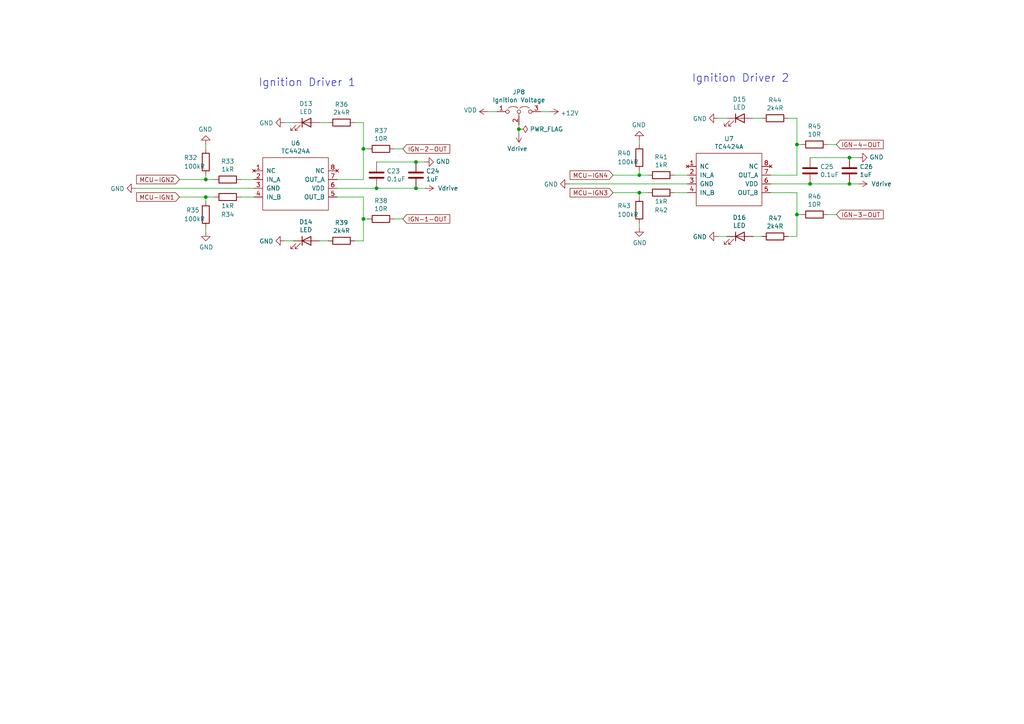
<source format=kicad_sch>
(kicad_sch (version 20211123) (generator eeschema)
  (paper "A4")
  (title_block (title "Speeduino board for Teensy 4.1") (date "2023-01-02") (rev "5") (company "Fontys Eindhoven EXPO group 13 || Speeduino") (comment 1 "Adapted from Speeduino V0.4.4c board"))
  (lib_symbols
    (symbol "Device:C" (pin_numbers hide) (pin_names (offset 0.254))
      (property "Reference" "C" (at 0.635 2.54 0))
      (property "Value" "C" (at 0.635 -2.54 0))
      (symbol "C_0_1"
        (polyline (pts (xy -2.032 -0.762) (xy 2.032 -0.762)) (stroke (width 0.508)))
        (polyline (pts (xy -2.032 0.762) (xy 2.032 0.762)) (stroke (width 0.508)))
      )
      (symbol "C_1_1"
        (pin passive line (at 0 3.81 270) (length 2.794) (name "~") (number "1"))
        (pin passive line (at 0 -3.81 90) (length 2.794) (name "~") (number "2"))
      )
    )
    (symbol "Device:LED" (pin_numbers hide) (pin_names (offset 1.016) hide)
      (property "Reference" "D" (at 0 2.54 0))
      (property "Value" "LED" (at 0 -2.54 0))
      (symbol "LED_0_1"
        (polyline (pts (xy -1.27 -1.27) (xy -1.27 1.27)) (stroke (width 0.254)))
        (polyline (pts (xy -1.27 0) (xy 1.27 0)))
        (polyline (pts (xy 1.27 -1.27) (xy 1.27 1.27) (xy -1.27 0) (xy 1.27 -1.27)) (stroke (width 0.254)))
        (polyline (pts (xy -3.048 -0.762) (xy -4.572 -2.286) (xy -3.81 -2.286) (xy -4.572 -2.286) (xy -4.572 -1.524)))
        (polyline (pts (xy -1.778 -0.762) (xy -3.302 -2.286) (xy -2.54 -2.286) (xy -3.302 -2.286) (xy -3.302 -1.524)))
      )
      (symbol "LED_1_1"
        (pin passive line (at -3.81 0 0) (length 2.54) (name "K") (number "1"))
        (pin passive line (at 3.81 0 180) (length 2.54) (name "A") (number "2"))
      )
    )
    (symbol "Device:R" (pin_numbers hide) (pin_names (offset 0))
      (property "Reference" "R" (at 2.032 0 90))
      (property "Value" "R" (at 0 0 90))
      (symbol "R_0_1"
        (rectangle (start -1.016 -2.54) (end 1.016 2.54) (stroke (width 0.254)))
      )
      (symbol "R_1_1"
        (pin passive line (at 0 3.81 270) (length 1.27) (name "~") (number "1"))
        (pin passive line (at 0 -3.81 90) (length 1.27) (name "~") (number "2"))
      )
    )
    (symbol "Jumper:Jumper_3_Open" (pin_names (offset 0) hide)
      (property "Reference" "JP" (at -2.54 -2.54 0))
      (property "Value" "Jumper_3_Open" (at 0 2.794 0))
      (symbol "Jumper_3_Open_0_0"
        (circle (center -3.302 0) (radius 0.508))
        (circle (center 0 0) (radius 0.508))
        (circle (center 3.302 0) (radius 0.508))
      )
      (symbol "Jumper_3_Open_0_1"
        (arc (start -0.254 1.016) (mid -1.651 1.4992) (end -3.048 1.016))
        (polyline (pts (xy 0 -0.508) (xy 0 -1.27)))
        (arc (start 3.048 1.016) (mid 1.651 1.4992) (end 0.254 1.016))
      )
      (symbol "Jumper_3_Open_1_1"
        (pin passive line (at -6.35 0 0) (length 2.54) (name "A") (number "1"))
        (pin passive line (at 0 -3.81 90) (length 2.54) (name "C") (number "2"))
        (pin passive line (at 6.35 0 180) (length 2.54) (name "B") (number "3"))
      )
    )
    (symbol "Speeduino-lib:TC4424A-IC_Automotive" (pin_names (offset 1.016))
      (property "Reference" "U6" (at -15.875 41.021 0))
      (property "Value" "TC4424A-IC_Automotive" (at -15.875 38.7096 0))
      (symbol "TC4424A-IC_Automotive_0_1"
        (rectangle (start -25.4 36.83) (end -6.35 21.59))
      )
      (symbol "TC4424A-IC_Automotive_1_1"
        (pin no_connect line (at -27.94 33.02 0) (length 2.54) (name "NC") (number "1"))
        (pin input line (at -27.94 30.48 0) (length 2.54) (name "IN_A") (number "2"))
        (pin power_in line (at -27.94 27.94 0) (length 2.54) (name "GND") (number "3"))
        (pin input line (at -27.94 25.4 0) (length 2.54) (name "IN_B") (number "4"))
        (pin input line (at -3.81 25.4 180) (length 2.54) (name "OUT_B") (number "5"))
        (pin power_in line (at -3.81 27.94 180) (length 2.54) (name "VDD") (number "6"))
        (pin output line (at -3.81 30.48 180) (length 2.54) (name "OUT_A") (number "7"))
        (pin no_connect line (at -3.81 33.02 180) (length 2.54) (name "NC") (number "8"))
      )
    )
    (symbol "power:+12V" (power) (pin_names (offset 0))
      (property "Value" "+12V" (at 0 3.556 0))
      (symbol "+12V_0_1"
        (polyline (pts (xy -0.762 1.27) (xy 0 2.54)))
        (polyline (pts (xy 0 0) (xy 0 2.54)))
        (polyline (pts (xy 0 2.54) (xy 0.762 1.27)))
      )
      (symbol "+12V_1_1"
        (pin power_in line (at 0 0 90) (length 0) hide (name "+12V") (number "1"))
      )
    )
    (symbol "power:GND" (power) (pin_names (offset 0))
      (property "Value" "GND" (at 0 -3.81 0))
      (symbol "GND_0_1"
        (polyline (pts (xy 0 0) (xy 0 -1.27) (xy 1.27 -1.27) (xy 0 -2.54) (xy -1.27 -1.27) (xy 0 -1.27)))
      )
      (symbol "GND_1_1"
        (pin power_in line (at 0 0 270) (length 0) hide (name "GND") (number "1"))
      )
    )
    (symbol "power:PWR_FLAG" (power) (pin_numbers hide) (pin_names (offset 0) hide)
      (property "Value" "PWR_FLAG" (at 0 3.81 0))
      (symbol "PWR_FLAG_0_0"
        (pin power_out line (at 0 0 90) (length 0) (name "pwr") (number "1"))
      )
      (symbol "PWR_FLAG_0_1"
        (polyline (pts (xy 0 0) (xy 0 1.27) (xy -1.016 1.905) (xy 0 2.54) (xy 1.016 1.905) (xy 0 1.27)))
      )
    )
    (symbol "power:VDD" (power) (pin_names (offset 0))
      (property "Value" "VDD" (at 0 3.81 0))
      (symbol "VDD_0_1"
        (polyline (pts (xy -0.762 1.27) (xy 0 2.54)))
        (polyline (pts (xy 0 0) (xy 0 2.54)))
        (polyline (pts (xy 0 2.54) (xy 0.762 1.27)))
      )
      (symbol "VDD_1_1"
        (pin power_in line (at 0 0 90) (length 0) hide (name "VDD") (number "1"))
      )
    )
    (symbol "power:Vdrive" (power) (pin_names (offset 0))
      (property "Value" "Vdrive" (at 0 3.81 0))
      (symbol "Vdrive_0_1"
        (polyline (pts (xy -0.762 1.27) (xy 0 2.54)))
        (polyline (pts (xy 0 0) (xy 0 2.54)))
        (polyline (pts (xy 0 2.54) (xy 0.762 1.27)))
      )
      (symbol "Vdrive_1_1"
        (pin power_in line (at 0 0 90) (length 0) hide (name "Vdrive") (number "1"))
      )
    )
  )
  (junction (at 246.38 45.72))
  (junction (at 59.69 52.07))
  (junction (at 120.65 54.61))
  (junction (at 105.41 63.5))
  (junction (at 150.495 37.465))
  (junction (at 105.41 43.18))
  (junction (at 231.14 62.23))
  (junction (at 185.42 50.8))
  (junction (at 59.69 57.15))
  (junction (at 120.65 46.99))
  (junction (at 109.22 54.61))
  (junction (at 246.38 53.34))
  (junction (at 234.95 53.34))
  (junction (at 231.14 41.91))
  (junction (at 185.42 55.88))
  (wire (pts (xy 105.41 52.07) (xy 97.79 52.07)))
  (wire (pts (xy 82.55 35.56) (xy 85.09 35.56)))
  (wire (pts (xy 105.41 57.15) (xy 97.79 57.15)))
  (wire (pts (xy 59.69 43.18) (xy 59.69 41.91)))
  (wire (pts (xy 231.14 34.29) (xy 231.14 41.91)))
  (wire (pts (xy 102.87 35.56) (xy 105.41 35.56)))
  (wire (pts (xy 52.07 52.07) (xy 59.69 52.07)))
  (wire (pts (xy 195.58 50.8) (xy 199.39 50.8)))
  (wire (pts (xy 156.845 32.385) (xy 159.385 32.385)))
  (wire (pts (xy 208.28 68.58) (xy 210.82 68.58)))
  (wire (pts (xy 228.6 68.58) (xy 231.14 68.58)))
  (wire (pts (xy 185.42 55.88) (xy 185.42 57.15)))
  (wire (pts (xy 59.69 57.15) (xy 59.69 58.42)))
  (wire (pts (xy 234.95 53.34) (xy 223.52 53.34)))
  (wire (pts (xy 106.68 43.18) (xy 105.41 43.18)))
  (wire (pts (xy 144.145 32.385) (xy 141.605 32.385)))
  (wire (pts (xy 231.14 55.88) (xy 223.52 55.88)))
  (wire (pts (xy 92.71 35.56) (xy 95.25 35.56)))
  (wire (pts (xy 114.3 43.18) (xy 116.84 43.18)))
  (wire (pts (xy 232.41 62.23) (xy 231.14 62.23)))
  (wire (pts (xy 62.23 57.15) (xy 59.69 57.15)))
  (wire (pts (xy 185.42 41.91) (xy 185.42 40.64)))
  (wire (pts (xy 185.42 66.04) (xy 185.42 64.77)))
  (wire (pts (xy 177.8 50.8) (xy 185.42 50.8)))
  (wire (pts (xy 195.58 55.88) (xy 199.39 55.88)))
  (wire (pts (xy 105.41 35.56) (xy 105.41 43.18)))
  (wire (pts (xy 52.07 57.15) (xy 59.69 57.15)))
  (wire (pts (xy 228.6 34.29) (xy 231.14 34.29)))
  (wire (pts (xy 150.495 37.465) (xy 150.495 36.195)))
  (wire (pts (xy 123.19 46.99) (xy 120.65 46.99)))
  (wire (pts (xy 123.19 54.61) (xy 120.65 54.61)))
  (wire (pts (xy 82.55 69.85) (xy 85.09 69.85)))
  (wire (pts (xy 231.14 41.91) (xy 231.14 50.8)))
  (wire (pts (xy 59.69 50.8) (xy 59.69 52.07)))
  (wire (pts (xy 232.41 41.91) (xy 231.14 41.91)))
  (wire (pts (xy 187.96 55.88) (xy 185.42 55.88)))
  (wire (pts (xy 120.65 54.61) (xy 109.22 54.61)))
  (wire (pts (xy 240.03 41.91) (xy 242.57 41.91)))
  (wire (pts (xy 231.14 50.8) (xy 223.52 50.8)))
  (wire (pts (xy 92.71 69.85) (xy 95.25 69.85)))
  (wire (pts (xy 248.92 53.34) (xy 246.38 53.34)))
  (wire (pts (xy 150.495 38.735) (xy 150.495 37.465)))
  (wire (pts (xy 208.28 34.29) (xy 210.82 34.29)))
  (wire (pts (xy 59.69 52.07) (xy 62.23 52.07)))
  (wire (pts (xy 120.65 46.99) (xy 109.22 46.99)))
  (wire (pts (xy 69.85 52.07) (xy 73.66 52.07)))
  (wire (pts (xy 231.14 62.23) (xy 231.14 55.88)))
  (wire (pts (xy 105.41 63.5) (xy 105.41 57.15)))
  (wire (pts (xy 109.22 54.61) (xy 97.79 54.61)))
  (wire (pts (xy 248.92 45.72) (xy 246.38 45.72)))
  (wire (pts (xy 185.42 49.53) (xy 185.42 50.8)))
  (wire (pts (xy 73.66 54.61) (xy 39.37 54.61)))
  (wire (pts (xy 218.44 34.29) (xy 220.98 34.29)))
  (wire (pts (xy 185.42 50.8) (xy 187.96 50.8)))
  (wire (pts (xy 69.85 57.15) (xy 73.66 57.15)))
  (wire (pts (xy 246.38 53.34) (xy 234.95 53.34)))
  (wire (pts (xy 218.44 68.58) (xy 220.98 68.58)))
  (wire (pts (xy 199.39 53.34) (xy 165.1 53.34)))
  (wire (pts (xy 102.87 69.85) (xy 105.41 69.85)))
  (wire (pts (xy 177.8 55.88) (xy 185.42 55.88)))
  (wire (pts (xy 106.68 63.5) (xy 105.41 63.5)))
  (wire (pts (xy 246.38 45.72) (xy 234.95 45.72)))
  (wire (pts (xy 105.41 69.85) (xy 105.41 63.5)))
  (wire (pts (xy 240.03 62.23) (xy 242.57 62.23)))
  (wire (pts (xy 59.69 67.31) (xy 59.69 66.04)))
  (wire (pts (xy 231.14 68.58) (xy 231.14 62.23)))
  (wire (pts (xy 114.3 63.5) (xy 116.84 63.5)))
  (wire (pts (xy 105.41 43.18) (xy 105.41 52.07)))
  (text "Ignition Driver 2" (at 200.66 24.13 0) (effects (font (size 2.2606 2.2606)) (justify left bottom)))
  (text "Ignition Driver 1" (at 74.93 25.4 0) (effects (font (size 2.2606 2.2606)) (justify left bottom)))
  (global_label "MCU-IGN3" (shape input) (at 177.8 55.88 180) (property "Intersheet References" "${INTERSHEET_REFS}" (effects hide)))
  (global_label "MCU-IGN4" (shape input) (at 177.8 50.8 180) (property "Intersheet References" "${INTERSHEET_REFS}" (effects hide)))
  (global_label "MCU-IGN1" (shape input) (at 52.07 57.15 180) (property "Intersheet References" "${INTERSHEET_REFS}" (effects hide)))
  (global_label "IGN-2-OUT" (shape input) (at 116.84 43.18 0) (property "Intersheet References" "${INTERSHEET_REFS}" (effects hide)))
  (global_label "MCU-IGN2" (shape input) (at 52.07 52.07 180) (property "Intersheet References" "${INTERSHEET_REFS}" (effects hide)))
  (global_label "IGN-4-OUT" (shape input) (at 242.57 41.91 0) (property "Intersheet References" "${INTERSHEET_REFS}" (effects hide)))
  (global_label "IGN-1-OUT" (shape input) (at 116.84 63.5 0) (property "Intersheet References" "${INTERSHEET_REFS}" (effects hide)))
  (global_label "IGN-3-OUT" (shape input) (at 242.57 62.23 0) (property "Intersheet References" "${INTERSHEET_REFS}" (effects hide)))
  (symbol (lib_id "Speeduino-lib:TC4424A-IC_Automotive") (at 101.6 82.55 0) (unit 1)
    (property "Reference" "U6" (at 85.725 41.529 0))
    (property "Value" "TC4424A" (at 85.725 43.8404 0))
    (property "Footprint" "Package_SO:SOIC-8_3.9x4.9mm_P1.27mm" (effects hide))
    (property "Digikey Part Number" "738-6067" (effects hide))
    (property "Manufacturer_Name" "Microchip" (effects hide))
    (property "Manufacturer_Part_Number" "TC4424AVOA" (effects hide))
    (property "URL" "https://nl.rs-online.com/web/p/gate-drivers/7386067" (effects hide))
  )
  (symbol (lib_id "Device:R") (at 66.04 52.07 270) (unit 1)
    (property "Reference" "R33" (at 66.04 46.8122 90))
    (property "Value" "1kR" (at 66.04 49.1236 90))
    (property "Footprint" "Resistor_SMD:R_0402_1005Metric" (effects hide))
    (property "Digikey Part Number" "2502798" (effects hide))
    (property "Manufacturer_Name" "Walsin" (effects hide))
    (property "Manufacturer_Part_Number" "WF04P1001FTL" (effects hide))
    (property "URL" "https://nl.farnell.com/walsin/wf04p1001ftl/res-1k-1-50v-0402-thick-film/dp/2502798" (effects hide))
  )
  (symbol (lib_id "Device:R") (at 66.04 57.15 270) (unit 1)
    (property "Reference" "R34" (at 66.04 62.23 90))
    (property "Value" "1kR" (at 66.04 59.69 90))
    (property "Footprint" "Resistor_SMD:R_0402_1005Metric" (effects hide))
    (property "Digikey Part Number" "2502798" (effects hide))
    (property "Manufacturer_Name" "Walsin" (effects hide))
    (property "Manufacturer_Part_Number" "WF04P1001FTL" (effects hide))
    (property "URL" "https://nl.farnell.com/walsin/wf04p1001ftl/res-1k-1-50v-0402-thick-film/dp/2502798" (effects hide))
  )
  (symbol (lib_id "Device:R") (at 59.69 46.99 180) (unit 1)
    (property "Reference" "R32" (at 53.34 45.72 0) (effects (justify right)))
    (property "Value" "100kR" (at 53.34 48.26 0) (effects (justify right)))
    (property "Footprint" "Resistor_SMD:R_0402_1005Metric" (effects hide))
    (property "Digikey Part Number" "2502803" (effects hide))
    (property "Manufacturer_Name" "Walsin" (effects hide))
    (property "Manufacturer_Part_Number" "WF04P1003FTL" (effects hide))
    (property "URL" "https://nl.farnell.com/walsin/wf04p1003ftl/res-100k-1-50v-0402-thick-film/dp/2502803" (effects hide))
  )
  (symbol (lib_id "Device:R") (at 59.69 62.23 180) (unit 1)
    (property "Reference" "R35" (at 53.975 60.96 0) (effects (justify right)))
    (property "Value" "100kR" (at 53.34 63.5 0) (effects (justify right)))
    (property "Footprint" "Resistor_SMD:R_0402_1005Metric" (effects hide))
    (property "Digikey Part Number" "2502803" (effects hide))
    (property "Manufacturer_Name" "Walsin" (effects hide))
    (property "Manufacturer_Part_Number" "WF04P1003FTL" (effects hide))
    (property "URL" "https://nl.farnell.com/walsin/wf04p1003ftl/res-100k-1-50v-0402-thick-film/dp/2502803" (effects hide))
  )
  (symbol (lib_id "power:GND") (at 59.69 41.91 180) (unit 1)
    (property "Reference" "#PWR0135" (effects hide))
    (property "Value" "GND" (at 59.563 37.5158 0))
  )
  (symbol (lib_id "power:GND") (at 59.69 67.31 0) (unit 1)
    (property "Reference" "#PWR0136" (effects hide))
    (property "Value" "GND" (at 59.817 71.7042 0))
  )
  (symbol (lib_id "power:GND") (at 39.37 54.61 270) (unit 1)
    (property "Reference" "#PWR0137" (effects hide))
    (property "Value" "GND" (at 36.1188 54.737 90) (effects (justify right)))
  )
  (symbol (lib_id "Device:LED") (at 88.9 35.56 0) (unit 1)
    (property "Reference" "D13" (at 88.7222 30.0736 0))
    (property "Value" "LED" (at 88.7222 32.385 0))
    (property "Footprint" "LED_SMD:LED_0805_2012Metric" (effects hide))
    (property "Digikey Part Number" "3796325" (effects hide))
    (property "Manufacturer_Name" "Multicomp" (effects hide))
    (property "Manufacturer_Part_Number" "MP008293" (effects hide))
    (property "URL" "https://nl.farnell.com/multicomp-pro/mp008293/led-red-220mcd-626nm-0805/dp/3796325" (effects hide))
  )
  (symbol (lib_id "power:GND") (at 82.55 35.56 270) (unit 1)
    (property "Reference" "#PWR0130" (effects hide))
    (property "Value" "GND" (at 79.2988 35.687 90) (effects (justify right)))
  )
  (symbol (lib_id "Device:R") (at 99.06 35.56 270) (unit 1)
    (property "Reference" "R36" (at 99.06 30.3022 90))
    (property "Value" "2k4R" (at 99.06 32.6136 90))
    (property "Footprint" "Resistor_SMD:R_0805_2012Metric" (effects hide))
    (property "Digikey Part Number" "2447625" (effects hide))
    (property "Manufacturer_Name" "Multicomp" (effects hide))
    (property "Manufacturer_Part_Number" "MCWR08X2401FTL" (effects hide))
    (property "URL" "https://nl.farnell.com/multicomp/mcwr08x2401ftl/res-2k4-1-0-125w-thick-film/dp/2447625" (effects hide))
  )
  (symbol (lib_id "Device:R") (at 110.49 43.18 270) (unit 1)
    (property "Reference" "R37" (at 110.49 37.9222 90))
    (property "Value" "10R" (at 110.49 40.2336 90))
    (property "Footprint" "Resistor_SMD:R_0402_1005Metric" (effects hide))
    (property "Digikey Part Number" "2502794" (effects hide))
    (property "Manufacturer_Name" "Walsin" (effects hide))
    (property "Manufacturer_Part_Number" "WF04P10R0FTL" (effects hide))
    (property "URL" "https://nl.farnell.com/walsin/wf04p10r0ftl/res-10r-1-50v-0402-thick-film/dp/2502794" (effects hide))
  )
  (symbol (lib_id "power:VDD") (at 141.605 32.385 90) (unit 1)
    (property "Reference" "#PWR0122" (effects hide))
    (property "Value" "VDD" (at 138.3538 31.9532 90) (effects (justify left)))
  )
  (symbol (lib_id "Device:LED") (at 88.9 69.85 0) (unit 1)
    (property "Reference" "D14" (at 88.7222 64.3636 0))
    (property "Value" "LED" (at 88.7222 66.675 0))
    (property "Footprint" "LED_SMD:LED_0805_2012Metric" (effects hide))
    (property "Digikey Part Number" "3796325" (effects hide))
    (property "Manufacturer_Name" "Multicomp" (effects hide))
    (property "Manufacturer_Part_Number" "MP008293" (effects hide))
    (property "URL" "https://nl.farnell.com/multicomp-pro/mp008293/led-red-220mcd-626nm-0805/dp/3796325" (effects hide))
  )
  (symbol (lib_id "power:GND") (at 82.55 69.85 270) (unit 1)
    (property "Reference" "#PWR0129" (effects hide))
    (property "Value" "GND" (at 79.2988 69.977 90) (effects (justify right)))
  )
  (symbol (lib_id "Device:R") (at 99.06 69.85 270) (unit 1)
    (property "Reference" "R39" (at 99.06 64.5922 90))
    (property "Value" "2k4R" (at 99.06 66.9036 90))
    (property "Footprint" "Resistor_SMD:R_0805_2012Metric" (effects hide))
    (property "Digikey Part Number" "2447625" (effects hide))
    (property "Manufacturer_Name" "Multicomp" (effects hide))
    (property "Manufacturer_Part_Number" "MCWR08X2401FTL" (effects hide))
    (property "URL" "https://nl.farnell.com/multicomp/mcwr08x2401ftl/res-2k4-1-0-125w-thick-film/dp/2447625" (effects hide))
  )
  (symbol (lib_id "Device:R") (at 110.49 63.5 270) (unit 1)
    (property "Reference" "R38" (at 110.49 58.2422 90))
    (property "Value" "10R" (at 110.49 60.5536 90))
    (property "Footprint" "Resistor_SMD:R_0402_1005Metric" (effects hide))
    (property "Digikey Part Number" "2502794" (effects hide))
    (property "Manufacturer_Name" "Walsin" (effects hide))
    (property "Manufacturer_Part_Number" "WF04P10R0FTL" (effects hide))
    (property "URL" "https://nl.farnell.com/walsin/wf04p10r0ftl/res-10r-1-50v-0402-thick-film/dp/2502794" (effects hide))
  )
  (symbol (lib_id "Speeduino-lib:TC4424A-IC_Automotive") (at 227.33 81.28 0) (unit 1)
    (property "Reference" "U7" (at 211.455 40.259 0))
    (property "Value" "TC4424A" (at 211.455 42.5704 0))
    (property "Footprint" "Package_SO:SOIC-8_3.9x4.9mm_P1.27mm" (effects hide))
    (property "Digikey Part Number" "738-6067" (effects hide))
    (property "Manufacturer_Name" "Microchip" (effects hide))
    (property "Manufacturer_Part_Number" "TC4424AVOA" (effects hide))
    (property "URL" "https://nl.rs-online.com/web/p/gate-drivers/7386067" (effects hide))
  )
  (symbol (lib_id "Device:R") (at 191.77 50.8 270) (unit 1)
    (property "Reference" "R41" (at 191.77 45.5422 90))
    (property "Value" "1kR" (at 191.77 47.8536 90))
    (property "Footprint" "Resistor_SMD:R_0402_1005Metric" (effects hide))
    (property "Digikey Part Number" "2502798" (effects hide))
    (property "Manufacturer_Name" "Walsin" (effects hide))
    (property "Manufacturer_Part_Number" "WF04P1001FTL" (effects hide))
    (property "URL" "https://nl.farnell.com/walsin/wf04p1001ftl/res-1k-1-50v-0402-thick-film/dp/2502798" (effects hide))
  )
  (symbol (lib_id "Device:R") (at 191.77 55.88 270) (unit 1)
    (property "Reference" "R42" (at 191.77 60.96 90))
    (property "Value" "1kR" (at 191.77 58.42 90))
    (property "Footprint" "Resistor_SMD:R_0402_1005Metric" (effects hide))
    (property "Digikey Part Number" "2502798" (effects hide))
    (property "Manufacturer_Name" "Walsin" (effects hide))
    (property "Manufacturer_Part_Number" "WF04P1001FTL" (effects hide))
    (property "URL" "https://nl.farnell.com/walsin/wf04p1001ftl/res-1k-1-50v-0402-thick-film/dp/2502798" (effects hide))
  )
  (symbol (lib_id "Device:R") (at 185.42 45.72 180) (unit 1)
    (property "Reference" "R40" (at 179.07 44.45 0) (effects (justify right)))
    (property "Value" "100kR" (at 179.07 46.99 0) (effects (justify right)))
    (property "Footprint" "Resistor_SMD:R_0402_1005Metric" (effects hide))
    (property "Digikey Part Number" "2502803" (effects hide))
    (property "Manufacturer_Name" "Walsin" (effects hide))
    (property "Manufacturer_Part_Number" "WF04P1003FTL" (effects hide))
    (property "URL" "https://nl.farnell.com/walsin/wf04p1003ftl/res-100k-1-50v-0402-thick-film/dp/2502803" (effects hide))
  )
  (symbol (lib_id "Device:R") (at 185.42 60.96 180) (unit 1)
    (property "Reference" "R43" (at 179.07 59.69 0) (effects (justify right)))
    (property "Value" "100kR" (at 179.07 62.23 0) (effects (justify right)))
    (property "Footprint" "Resistor_SMD:R_0402_1005Metric" (effects hide))
    (property "Digikey Part Number" "2502803" (effects hide))
    (property "Manufacturer_Name" "Walsin" (effects hide))
    (property "Manufacturer_Part_Number" "WF04P1003FTL" (effects hide))
    (property "URL" "https://nl.farnell.com/walsin/wf04p1003ftl/res-100k-1-50v-0402-thick-film/dp/2502803" (effects hide))
  )
  (symbol (lib_id "power:GND") (at 185.42 40.64 180) (unit 1)
    (property "Reference" "#PWR0124" (effects hide))
    (property "Value" "GND" (at 185.293 36.2458 0))
  )
  (symbol (lib_id "power:GND") (at 185.42 66.04 0) (unit 1)
    (property "Reference" "#PWR0125" (effects hide))
    (property "Value" "GND" (at 185.547 70.4342 0))
  )
  (symbol (lib_id "power:GND") (at 165.1 53.34 270) (unit 1)
    (property "Reference" "#PWR0126" (effects hide))
    (property "Value" "GND" (at 161.8488 53.467 90) (effects (justify right)))
  )
  (symbol (lib_id "Device:LED") (at 214.63 34.29 0) (unit 1)
    (property "Reference" "D15" (at 214.4522 28.8036 0))
    (property "Value" "LED" (at 214.4522 31.115 0))
    (property "Footprint" "LED_SMD:LED_0805_2012Metric" (effects hide))
    (property "Digikey Part Number" "3796325" (effects hide))
    (property "Manufacturer_Name" "Multicomp" (effects hide))
    (property "Manufacturer_Part_Number" "MP008293" (effects hide))
    (property "URL" "https://nl.farnell.com/multicomp-pro/mp008293/led-red-220mcd-626nm-0805/dp/3796325" (effects hide))
  )
  (symbol (lib_id "power:GND") (at 208.28 34.29 270) (unit 1)
    (property "Reference" "#PWR0133" (effects hide))
    (property "Value" "GND" (at 205.0288 34.417 90) (effects (justify right)))
  )
  (symbol (lib_id "Device:R") (at 224.79 34.29 270) (unit 1)
    (property "Reference" "R44" (at 224.79 29.0322 90))
    (property "Value" "2k4R" (at 224.79 31.3436 90))
    (property "Footprint" "Resistor_SMD:R_0805_2012Metric" (effects hide))
    (property "Digikey Part Number" "2447625" (effects hide))
    (property "Manufacturer_Name" "Multicomp" (effects hide))
    (property "Manufacturer_Part_Number" "MCWR08X2401FTL" (effects hide))
    (property "URL" "https://nl.farnell.com/multicomp/mcwr08x2401ftl/res-2k4-1-0-125w-thick-film/dp/2447625" (effects hide))
  )
  (symbol (lib_id "Device:R") (at 236.22 41.91 270) (unit 1)
    (property "Reference" "R45" (at 236.22 36.6522 90))
    (property "Value" "10R" (at 236.22 38.9636 90))
    (property "Footprint" "Resistor_SMD:R_0402_1005Metric" (effects hide))
    (property "Digikey Part Number" "2502794" (effects hide))
    (property "Manufacturer_Name" "Walsin" (effects hide))
    (property "Manufacturer_Part_Number" "WF04P10R0FTL" (effects hide))
    (property "URL" "https://nl.farnell.com/walsin/wf04p10r0ftl/res-10r-1-50v-0402-thick-film/dp/2502794" (effects hide))
  )
  (symbol (lib_id "Device:LED") (at 214.63 68.58 0) (unit 1)
    (property "Reference" "D16" (at 214.4522 63.0936 0))
    (property "Value" "LED" (at 214.4522 65.405 0))
    (property "Footprint" "LED_SMD:LED_0805_2012Metric" (effects hide))
    (property "Digikey Part Number" "3796325" (effects hide))
    (property "Manufacturer_Name" "Multicomp" (effects hide))
    (property "Manufacturer_Part_Number" "MP008293" (effects hide))
    (property "URL" "https://nl.farnell.com/multicomp-pro/mp008293/led-red-220mcd-626nm-0805/dp/3796325" (effects hide))
  )
  (symbol (lib_id "power:GND") (at 208.28 68.58 270) (unit 1)
    (property "Reference" "#PWR0134" (effects hide))
    (property "Value" "GND" (at 205.0288 68.707 90) (effects (justify right)))
  )
  (symbol (lib_id "Device:R") (at 224.79 68.58 270) (unit 1)
    (property "Reference" "R47" (at 224.79 63.3222 90))
    (property "Value" "2k4R" (at 224.79 65.6336 90))
    (property "Footprint" "Resistor_SMD:R_0805_2012Metric" (effects hide))
    (property "Digikey Part Number" "2447625" (effects hide))
    (property "Manufacturer_Name" "Multicomp" (effects hide))
    (property "Manufacturer_Part_Number" "MCWR08X2401FTL" (effects hide))
    (property "URL" "https://nl.farnell.com/multicomp/mcwr08x2401ftl/res-2k4-1-0-125w-thick-film/dp/2447625" (effects hide))
  )
  (symbol (lib_id "Device:R") (at 236.22 62.23 270) (unit 1)
    (property "Reference" "R46" (at 236.22 56.9722 90))
    (property "Value" "10R" (at 236.22 59.2836 90))
    (property "Footprint" "Resistor_SMD:R_0402_1005Metric" (effects hide))
    (property "Digikey Part Number" "2502794" (effects hide))
    (property "Manufacturer_Name" "Walsin" (effects hide))
    (property "Manufacturer_Part_Number" "WF04P10R0FTL" (effects hide))
    (property "URL" "https://nl.farnell.com/walsin/wf04p10r0ftl/res-10r-1-50v-0402-thick-film/dp/2502794" (effects hide))
  )
  (symbol (lib_id "Jumper:Jumper_3_Open") (at 150.495 32.385 0) (unit 1)
    (property "Reference" "JP8" (at 150.495 26.6954 0))
    (property "Value" "Ignition Voltage" (at 150.495 29.0068 0))
    (property "Footprint" "Connector_PinHeader_2.54mm:PinHeader_1x03_P2.54mm_Vertical" (effects hide))
  )
  (symbol (lib_id "power:Vdrive") (at 150.495 38.735 180) (unit 1)
    (property "Reference" "#PWR0121" (effects hide))
    (property "Value" "Vdrive" (at 150.0378 43.1292 0))
  )
  (symbol (lib_id "Device:C") (at 109.22 50.8 0) (unit 1)
    (property "Reference" "C23" (at 112.141 49.6316 0) (effects (justify left)))
    (property "Value" "0.1uF" (at 112.141 51.943 0) (effects (justify left)))
    (property "Footprint" "Capacitor_SMD:C_0805_2012Metric" (effects hide))
    (property "Digikey Part Number" "3296136" (effects hide))
    (property "Manufacturer_Name" "Vishay" (effects hide))
    (property "Manufacturer_Part_Number" "VJ0805Y104KXAPW1BC" (effects hide))
    (property "URL" "https://nl.farnell.com/vishay/vj0805y104kxapw1bc/cap-0-1uf-50v-mlcc-0805/dp/3296136" (effects hide))
  )
  (symbol (lib_id "Device:C") (at 120.65 50.8 0) (unit 1)
    (property "Reference" "C24" (at 123.571 49.6316 0) (effects (justify left)))
    (property "Value" "1uF" (at 123.571 51.943 0) (effects (justify left)))
    (property "Footprint" "Capacitor_SMD:C_0805_2012Metric" (effects hide))
    (property "Digikey Part Number" "3369302" (effects hide))
    (property "Manufacturer_Name" "Yageo" (effects hide))
    (property "Manufacturer_Part_Number" "CC0805KKX7R7BB105" (effects hide))
    (property "URL" "https://nl.farnell.com/yageo/cc0805kkx7r7bb105/cap-1uf-16v-mlcc-0805/dp/3369302?st=cc0805kkx7r7bb105" (effects hide))
  )
  (symbol (lib_id "power:GND") (at 123.19 46.99 90) (unit 1)
    (property "Reference" "#PWR0128" (effects hide))
    (property "Value" "GND" (at 126.4412 46.863 90) (effects (justify right)))
  )
  (symbol (lib_id "Device:C") (at 234.95 49.53 0) (unit 1)
    (property "Reference" "C25" (at 237.871 48.3616 0) (effects (justify left)))
    (property "Value" "0.1uF" (at 237.871 50.673 0) (effects (justify left)))
    (property "Footprint" "Capacitor_SMD:C_0805_2012Metric" (effects hide))
    (property "Digikey Part Number" "3296136" (effects hide))
    (property "Manufacturer_Name" "Vishay" (effects hide))
    (property "Manufacturer_Part_Number" "VJ0805Y104KXAPW1BC" (effects hide))
    (property "URL" "https://nl.farnell.com/vishay/vj0805y104kxapw1bc/cap-0-1uf-50v-mlcc-0805/dp/3296136" (effects hide))
  )
  (symbol (lib_id "Device:C") (at 246.38 49.53 0) (unit 1)
    (property "Reference" "C26" (at 249.301 48.3616 0) (effects (justify left)))
    (property "Value" "1uF" (at 249.301 50.673 0) (effects (justify left)))
    (property "Footprint" "Capacitor_SMD:C_0805_2012Metric" (effects hide))
    (property "Digikey Part Number" "3369302" (effects hide))
    (property "Manufacturer_Name" "Yageo" (effects hide))
    (property "Manufacturer_Part_Number" "CC0805KKX7R7BB105" (effects hide))
    (property "URL" "https://nl.farnell.com/yageo/cc0805kkx7r7bb105/cap-1uf-16v-mlcc-0805/dp/3369302?st=cc0805kkx7r7bb105" (effects hide))
  )
  (symbol (lib_id "power:GND") (at 248.92 45.72 90) (unit 1)
    (property "Reference" "#PWR0131" (effects hide))
    (property "Value" "GND" (at 252.1712 45.593 90) (effects (justify right)))
  )
  (symbol (lib_id "power:+12V") (at 159.385 32.385 270) (unit 1)
    (property "Reference" "#PWR0123" (effects hide))
    (property "Value" "+12V" (at 162.56 32.8188 90) (effects (justify left)))
  )
  (symbol (lib_id "power:Vdrive") (at 123.19 54.61 270) (unit 1)
    (property "Reference" "#PWR0106" (effects hide))
    (property "Value" "Vdrive" (at 127 54.6099 90) (effects (justify left)))
  )
  (symbol (lib_id "power:Vdrive") (at 248.92 53.34 270) (unit 1)
    (property "Reference" "#PWR0108" (effects hide))
    (property "Value" "Vdrive" (at 252.73 53.3399 90) (effects (justify left)))
  )
  (symbol (lib_id "power:PWR_FLAG") (at 150.495 37.465 270) (unit 1)
    (property "Reference" "#FLG0101" (effects hide))
    (property "Value" "PWR_FLAG" (at 153.67 37.4649 90) (effects (justify left)))
  )
)
</source>
